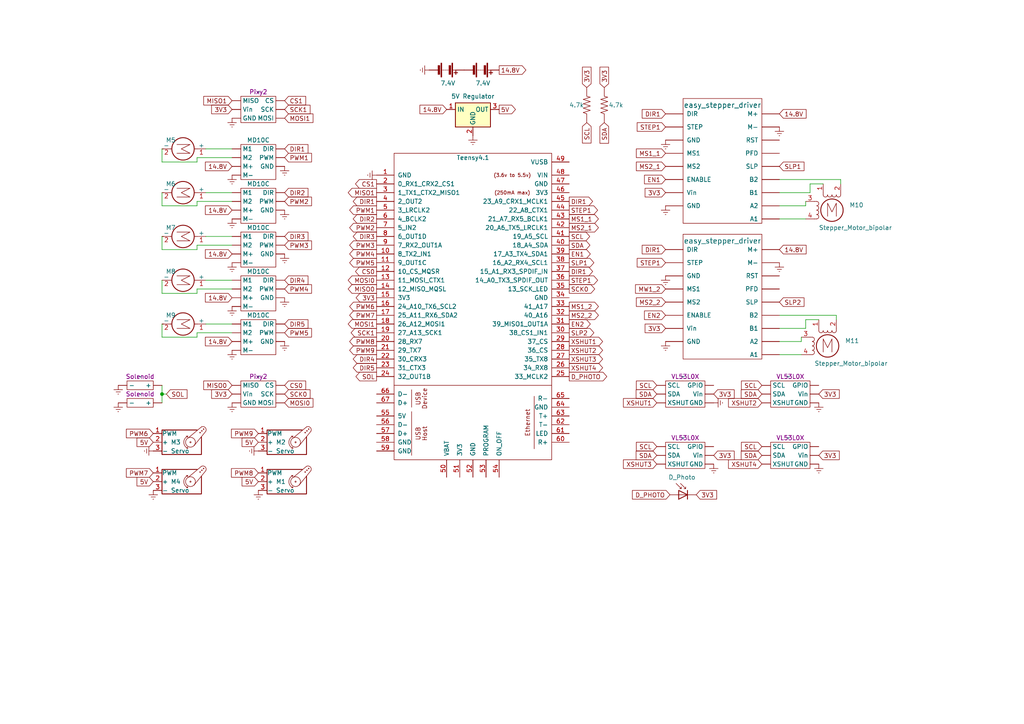
<source format=kicad_sch>
(kicad_sch (version 20230121) (generator eeschema)
  (paper "A4")
  (title_block (title "LU Robotics 2023 Electrical Schematic") (date "2023-02-25") (rev "1"))
  (lib_symbols
    (symbol "Converter_DCDC:OKI-78SR-3.3_1.5-W36-C"
      (property "Reference" "U" (at -3.81 3.175 0))
      (property "Value" "OKI-78SR-3.3_1.5-W36-C" (at 0 3.175 0))
      (symbol "OKI-78SR-3.3_1.5-W36-C_0_1"
        (rectangle (start -5.08 1.905) (end 5.08 -5.08) (stroke (width 0.254)) (fill (type background)))
      )
      (symbol "OKI-78SR-3.3_1.5-W36-C_1_1"
        (pin power_in line (at -7.62 0 0) (length 2.54) (name "IN") (number "1"))
        (pin power_in line (at 0 -7.62 90) (length 2.54) (name "GND") (number "2"))
        (pin power_out line (at 7.62 0 180) (length 2.54) (name "OUT") (number "3"))
      )
    )
    (symbol "Custom_Parts:MD10C"
      (property "Value" "MD10C" (at 0 0 0))
      (symbol "MD10C_0_1"
        (rectangle (start -5.08 -1.27) (end 5.08 -11.43))
      )
      (symbol "MD10C_1_1"
        (pin input line (at 7.62 -2.54 180) (length 2.54) (name "DIR") (number ""))
        (pin passive line (at 7.62 -7.62 180) (length 2.54) (name "GND") (number ""))
        (pin power_in line (at -7.62 -7.62 0) (length 2.54) (name "M+") (number ""))
        (pin power_in line (at -7.62 -10.16 0) (length 2.54) (name "M-") (number ""))
        (pin output line (at -7.62 -2.54 0) (length 2.54) (name "M1") (number ""))
        (pin output line (at -7.62 -5.08 0) (length 2.54) (name "M2") (number ""))
        (pin input line (at 7.62 -5.08 180) (length 2.54) (name "PWM") (number ""))
      )
    )
    (symbol "Custom_Parts:Pixy2"
      (property "name" "Pixy2" (at 0 0 0))
      (symbol "Pixy2_0_1"
        (rectangle (start -5.08 -1.27) (end 5.08 -8.89))
      )
      (symbol "Pixy2_1_1"
        (pin input line (at 7.62 -2.54 180) (length 2.54) (name "CS") (number ""))
        (pin passive line (at -7.62 -7.62 0) (length 2.54) (name "GND") (number ""))
        (pin input line (at -7.62 -2.54 0) (length 2.54) (name "MISO") (number ""))
        (pin input line (at 7.62 -7.62 180) (length 2.54) (name "MOSI") (number ""))
        (pin input line (at 7.62 -5.08 180) (length 2.54) (name "SCK") (number ""))
        (pin power_in line (at -7.62 -5.08 0) (length 2.54) (name "Vin") (number ""))
      )
    )
    (symbol "Custom_Parts:VL53L0X"
      (property "name" "VL53L0X" (at 0 0 0))
      (symbol "VL53L0X_0_1"
        (rectangle (start -5.08 -1.27) (end 6.35 -8.89))
      )
      (symbol "VL53L0X_1_1"
        (pin passive line (at 8.89 -7.62 180) (length 2.54) (name "GND") (number ""))
        (pin input line (at 8.89 -2.54 180) (length 2.54) (name "GPIO") (number ""))
        (pin bidirectional line (at -7.62 -2.54 0) (length 2.54) (name "SCL") (number ""))
        (pin bidirectional line (at -7.62 -5.08 0) (length 2.54) (name "SDA") (number ""))
        (pin power_in line (at 8.89 -5.08 180) (length 2.54) (name "Vin") (number ""))
        (pin input line (at -7.62 -7.62 0) (length 2.54) (name "XSHUT") (number ""))
      )
    )
    (symbol "Custom_Parts:solenoid"
      (property "name" "Solenoid" (at 0 0 0))
      (symbol "solenoid_0_1"
        (rectangle (start -3.81 -1.27) (end 3.81 -3.81))
      )
      (symbol "solenoid_1_1"
        (pin input line (at -6.35 -2.54 0) (length 2.54) (name "+") (number ""))
        (pin input line (at 6.35 -2.54 180) (length 2.54) (name "-") (number ""))
      )
    )
    (symbol "Device:Battery" (pin_numbers hide) (pin_names (offset 0) hide)
      (property "Reference" "BT" (at 2.54 2.54 0))
      (property "Value" "Battery" (at 2.54 0 0))
      (symbol "Battery_0_1"
        (rectangle (start -2.032 -1.397) (end 2.032 -1.651) (fill (type outline)))
        (rectangle (start -2.032 1.778) (end 2.032 1.524) (fill (type outline)))
        (rectangle (start -1.3208 -1.9812) (end 1.27 -2.4892) (fill (type outline)))
        (rectangle (start -1.3208 1.1938) (end 1.27 0.6858) (fill (type outline)))
        (polyline (pts (xy 0 -1.524) (xy 0 -1.27)))
        (polyline (pts (xy 0 -1.016) (xy 0 -0.762)))
        (polyline (pts (xy 0 -0.508) (xy 0 -0.254)))
        (polyline (pts (xy 0 0) (xy 0 0.254)))
        (polyline (pts (xy 0 0.508) (xy 0 0.762)))
        (polyline (pts (xy 0 1.778) (xy 0 2.54)))
        (polyline (pts (xy 0.254 2.667) (xy 1.27 2.667)) (stroke (width 0.254)))
        (polyline (pts (xy 0.762 3.175) (xy 0.762 2.159)) (stroke (width 0.254)))
      )
      (symbol "Battery_1_1"
        (pin passive line (at 0 5.08 270) (length 2.54) (name "+") (number "1"))
        (pin passive line (at 0 -5.08 90) (length 2.54) (name "-") (number "2"))
      )
    )
    (symbol "Device:D_Photo" (pin_numbers hide) (pin_names hide)
      (property "Reference" "D" (at 0.508 1.778 0))
      (property "Value" "D_Photo" (at -1.016 -2.794 0))
      (symbol "D_Photo_0_1"
        (polyline (pts (xy -2.54 1.27) (xy -2.54 -1.27)) (stroke (width 0.254)))
        (polyline (pts (xy -2.032 1.778) (xy -1.524 1.778)))
        (polyline (pts (xy 0 0) (xy -2.54 0)))
        (polyline (pts (xy -0.508 3.302) (xy -2.032 1.778) (xy -2.032 2.286)))
        (polyline (pts (xy 0 -1.27) (xy 0 1.27) (xy -2.54 0) (xy 0 -1.27)) (stroke (width 0.254)))
        (polyline (pts (xy 0.762 3.302) (xy -0.762 1.778) (xy -0.762 2.286) (xy -0.762 1.778) (xy -0.254 1.778)))
      )
      (symbol "D_Photo_1_1"
        (pin passive line (at -5.08 0 0) (length 2.54) (name "K") (number "1"))
        (pin passive line (at 2.54 0 180) (length 2.54) (name "A") (number "2"))
      )
    )
    (symbol "Motor:Motor_DC" (pin_names (offset 0))
      (property "Reference" "M" (at 2.54 2.54 0))
      (property "Value" "Motor_DC" (at 2.54 -5.08 0))
      (symbol "Motor_DC_0_0"
        (polyline (pts (xy -1.27 -3.302) (xy -1.27 0.508) (xy 0 -2.032) (xy 1.27 0.508) (xy 1.27 -3.302)))
      )
      (symbol "Motor_DC_0_1"
        (circle (center 0 -1.524) (radius 3.2512) (stroke (width 0.254)))
        (polyline (pts (xy 0 -7.62) (xy 0 -7.112)))
        (polyline (pts (xy 0 -4.7752) (xy 0 -5.1816)))
        (polyline (pts (xy 0 1.7272) (xy 0 2.0828)))
        (polyline (pts (xy 0 2.032) (xy 0 2.54)))
      )
      (symbol "Motor_DC_1_1"
        (pin passive line (at 0 5.08 270) (length 2.54) (name "+") (number "1"))
        (pin passive line (at 0 -7.62 90) (length 2.54) (name "-") (number "2"))
      )
    )
    (symbol "Motor:Motor_Servo" (pin_names (offset 0.0254))
      (property "Reference" "M" (at -5.08 4.445 0))
      (property "Value" "Motor_Servo" (at -5.08 -4.064 0))
      (symbol "Motor_Servo_0_1"
        (polyline (pts (xy 2.413 -1.778) (xy 2.032 -1.778)))
        (polyline (pts (xy 2.413 -1.778) (xy 2.286 -1.397)))
        (polyline (pts (xy 2.413 1.778) (xy 1.905 1.778)))
        (polyline (pts (xy 2.413 1.778) (xy 2.286 1.397)))
        (polyline (pts (xy 6.35 4.445) (xy 2.54 1.27)))
        (polyline (pts (xy 7.62 3.175) (xy 4.191 -1.016)))
        (polyline (pts (xy 5.08 3.556) (xy -5.08 3.556) (xy -5.08 -3.556) (xy 6.35 -3.556) (xy 6.35 1.524)) (stroke (width 0.254)))
        (arc (start 2.413 1.778) (mid 1.2406 0) (end 2.413 -1.778))
        (circle (center 3.175 0) (radius 0.1778))
        (circle (center 3.175 0) (radius 1.4224))
        (circle (center 5.969 2.794) (radius 0.127))
        (circle (center 6.477 3.302) (radius 0.127))
        (circle (center 6.985 3.81) (radius 0.127))
        (arc (start 7.62 3.175) (mid 7.4485 4.2735) (end 6.35 4.445))
      )
      (symbol "Motor_Servo_1_1"
        (pin passive line (at -7.62 2.54 0) (length 2.54) (name "PWM") (number "1"))
        (pin passive line (at -7.62 0 0) (length 2.54) (name "+") (number "2"))
        (pin passive line (at -7.62 -2.54 0) (length 2.54) (name "-") (number "3"))
      )
    )
    (symbol "Motor:Stepper_Motor_bipolar" (pin_names (offset 0) hide)
      (property "Reference" "M" (at 3.81 2.54 0))
      (property "Value" "Stepper_Motor_bipolar" (at 3.81 1.27 0))
      (symbol "Stepper_Motor_bipolar_0_0"
        (polyline (pts (xy -1.27 -1.778) (xy -1.27 2.032) (xy 0 -0.508) (xy 1.27 2.032) (xy 1.27 -1.778)))
      )
      (symbol "Stepper_Motor_bipolar_0_1"
        (arc (start -4.445 -2.54) (mid -3.8127 -1.905) (end -4.445 -1.27))
        (arc (start -4.445 -1.27) (mid -3.8127 -0.635) (end -4.445 0))
        (arc (start -4.445 0) (mid -3.8127 0.635) (end -4.445 1.27))
        (arc (start -4.445 1.27) (mid -3.8127 1.905) (end -4.445 2.54))
        (arc (start -2.54 4.445) (mid -1.905 3.8127) (end -1.27 4.445))
        (arc (start -1.27 4.445) (mid -0.635 3.8127) (end 0 4.445))
        (polyline (pts (xy -5.08 -2.54) (xy -4.445 -2.54)))
        (polyline (pts (xy -5.08 2.54) (xy -4.445 2.54)))
        (polyline (pts (xy -2.54 5.08) (xy -2.54 4.445)))
        (polyline (pts (xy 2.54 5.08) (xy 2.54 4.445)))
        (circle (center 0 0) (radius 3.2512) (stroke (width 0.254)))
        (arc (start 0 4.445) (mid 0.635 3.8127) (end 1.27 4.445))
        (arc (start 1.27 4.445) (mid 1.905 3.8127) (end 2.54 4.445))
      )
      (symbol "Stepper_Motor_bipolar_1_1"
        (pin passive line (at -2.54 7.62 270) (length 2.54) (name "~") (number "1"))
        (pin passive line (at 2.54 7.62 270) (length 2.54) (name "-") (number "2"))
        (pin passive line (at -7.62 2.54 0) (length 2.54) (name "~") (number "3"))
        (pin passive line (at -7.62 -2.54 0) (length 2.54) (name "~") (number "4"))
      )
    )
    (symbol "SparkFun:RESISTOR2010" (pin_numbers hide) (pin_names (offset 1.016) hide)
      (property "Reference" "R" (at -3.81 2.54 0))
      (property "Value" "RESISTOR2010" (at -3.81 -3.302 0))
      (symbol "RESISTOR2010_1_0"
        (polyline (pts (xy -2.54 0) (xy -2.159 1.016)))
        (polyline (pts (xy -2.159 1.016) (xy -1.524 -1.016)))
        (polyline (pts (xy -1.524 -1.016) (xy -0.889 1.016)))
        (polyline (pts (xy -0.889 1.016) (xy -0.254 -1.016)))
        (polyline (pts (xy -0.254 -1.016) (xy 0.381 1.016)))
        (polyline (pts (xy 0.381 1.016) (xy 1.016 -1.016)))
        (polyline (pts (xy 1.016 -1.016) (xy 1.651 1.016)))
        (polyline (pts (xy 1.651 1.016) (xy 2.286 -1.016)))
        (polyline (pts (xy 2.286 -1.016) (xy 2.54 0)))
      )
      (symbol "RESISTOR2010_1_1"
        (pin passive line (at -5.08 0 0) (length 2.54) (name "1") (number "1"))
        (pin passive line (at 5.08 0 180) (length 2.54) (name "2") (number "2"))
      )
    )
    (symbol "easy_stepper_driver:easy_stepper_driver" (pin_names (offset 1.016))
      (property "Value" "easy_stepper_driver" (at -10.16 20.32 0))
      (symbol "easy_stepper_driver_0_1"
        (rectangle (start -21.59 22.225) (end 1.27 -13.97))
      )
      (symbol "easy_stepper_driver_1_1"
        (pin output line (at 6.35 -12.7 180) (length 5.08) (name "A1") (number ""))
        (pin output line (at 6.35 -8.89 180) (length 5.08) (name "A2") (number ""))
        (pin output line (at 6.35 -5.08 180) (length 5.08) (name "B1") (number ""))
        (pin output line (at 6.35 -1.27 180) (length 5.08) (name "B2") (number ""))
        (pin input line (at -26.67 17.78 0) (length 5.08) (name "DIR") (number ""))
        (pin input line (at -26.67 -1.27 0) (length 5.08) (name "ENABLE") (number ""))
        (pin input line (at -26.67 -8.89 0) (length 5.08) (name "GND") (number ""))
        (pin input line (at -26.67 10.16 0) (length 5.08) (name "GND") (number ""))
        (pin input line (at 6.35 17.78 180) (length 5.08) (name "M+") (number ""))
        (pin input line (at 6.35 13.97 180) (length 5.08) (name "M-") (number ""))
        (pin input line (at -26.67 6.35 0) (length 5.08) (name "MS1") (number ""))
        (pin input line (at -26.67 2.54 0) (length 5.08) (name "MS2") (number ""))
        (pin input line (at 6.35 6.35 180) (length 5.08) (name "PFD") (number ""))
        (pin input line (at 6.35 10.16 180) (length 5.08) (name "RST") (number ""))
        (pin input line (at 6.35 2.54 180) (length 5.08) (name "SLP") (number ""))
        (pin input line (at -26.67 13.97 0) (length 5.08) (name "STEP") (number ""))
        (pin input line (at -26.67 -5.08 0) (length 5.08) (name "Vin") (number ""))
      )
    )
    (symbol "power:GNDREF" (power) (pin_names (offset 0))
      (property "Value" "GNDREF" (at 0 -3.81 0))
      (symbol "GNDREF_0_1"
        (polyline (pts (xy -0.635 -1.905) (xy 0.635 -1.905)))
        (polyline (pts (xy -0.127 -2.54) (xy 0.127 -2.54)))
        (polyline (pts (xy 0 -1.27) (xy 0 0)))
        (polyline (pts (xy 1.27 -1.27) (xy -1.27 -1.27)))
      )
      (symbol "GNDREF_1_1"
        (pin power_in line (at 0 0 270) (length 0) hide (name "GNDREF") (number "1"))
      )
    )
    (symbol "teensy:Teensy4.1" (pin_names (offset 1.016))
      (property "Reference" "U" (at 0 64.77 0))
      (property "Value" "Teensy4.1" (at 0 62.23 0))
      (symbol "Teensy4.1_0_0"
        (polyline (pts (xy -22.86 -6.35) (xy 22.86 -6.35)))
        (polyline (pts (xy -17.78 -26.67) (xy -17.78 -13.97)))
        (polyline (pts (xy -17.78 -7.62) (xy -17.78 -12.7)))
        (polyline (pts (xy 17.78 -9.525) (xy 17.78 -24.765)))
        (text "(250mA max)" (at 11.43 49.53 0) (effects (font (size 1.016 1.016))))
        (text "(3.6v to 5.5v)" (at 11.43 54.61 0) (effects (font (size 1.016 1.016))))
        (text "Device" (at -13.97 -10.16 900) (effects (font (size 1.27 1.27))))
        (text "Ethernet" (at 15.875 -17.145 900) (effects (font (size 1.27 1.27))))
        (text "Host" (at -13.97 -20.32 900) (effects (font (size 1.27 1.27))))
        (text "USB" (at -15.875 -20.32 900) (effects (font (size 1.27 1.27))))
        (text "USB" (at -15.875 -10.16 900) (effects (font (size 1.27 1.27))))
        (pin bidirectional line (at -27.94 31.75 0) (length 5.08) (name "8_TX2_IN1") (number "10"))
        (pin bidirectional line (at -27.94 29.21 0) (length 5.08) (name "9_OUT1C") (number "11"))
        (pin bidirectional line (at -27.94 26.67 0) (length 5.08) (name "10_CS_MQSR") (number "12"))
        (pin bidirectional line (at -27.94 24.13 0) (length 5.08) (name "11_MOSI_CTX1") (number "13"))
        (pin bidirectional line (at -27.94 21.59 0) (length 5.08) (name "12_MISO_MQSL") (number "14"))
        (pin power_in line (at -27.94 19.05 0) (length 5.08) (name "3V3") (number "15"))
        (pin bidirectional line (at -27.94 16.51 0) (length 5.08) (name "24_A10_TX6_SCL2") (number "16"))
        (pin bidirectional line (at -27.94 13.97 0) (length 5.08) (name "25_A11_RX6_SDA2") (number "17"))
        (pin bidirectional line (at -27.94 11.43 0) (length 5.08) (name "26_A12_MOSI1") (number "18"))
        (pin bidirectional line (at -27.94 8.89 0) (length 5.08) (name "27_A13_SCK1") (number "19"))
        (pin bidirectional line (at -27.94 6.35 0) (length 5.08) (name "28_RX7") (number "20"))
        (pin bidirectional line (at -27.94 3.81 0) (length 5.08) (name "29_TX7") (number "21"))
        (pin bidirectional line (at -27.94 1.27 0) (length 5.08) (name "30_CRX3") (number "22"))
        (pin bidirectional line (at -27.94 -1.27 0) (length 5.08) (name "31_CTX3") (number "23"))
        (pin bidirectional line (at -27.94 -3.81 0) (length 5.08) (name "32_OUT1B") (number "24"))
        (pin bidirectional line (at 27.94 -3.81 180) (length 5.08) (name "33_MCLK2") (number "25"))
        (pin bidirectional line (at 27.94 -1.27 180) (length 5.08) (name "34_RX8") (number "26"))
        (pin bidirectional line (at 27.94 1.27 180) (length 5.08) (name "35_TX8") (number "27"))
        (pin bidirectional line (at 27.94 3.81 180) (length 5.08) (name "36_CS") (number "28"))
        (pin bidirectional line (at 27.94 6.35 180) (length 5.08) (name "37_CS") (number "29"))
        (pin bidirectional line (at 27.94 8.89 180) (length 5.08) (name "38_CS1_IN1") (number "30"))
        (pin bidirectional line (at 27.94 11.43 180) (length 5.08) (name "39_MISO1_OUT1A") (number "31"))
        (pin bidirectional line (at 27.94 13.97 180) (length 5.08) (name "40_A16") (number "32"))
        (pin bidirectional line (at 27.94 16.51 180) (length 5.08) (name "41_A17") (number "33"))
        (pin bidirectional line (at 27.94 21.59 180) (length 5.08) (name "13_SCK_LED") (number "35"))
        (pin bidirectional line (at 27.94 24.13 180) (length 5.08) (name "14_A0_TX3_SPDIF_OUT") (number "36"))
        (pin bidirectional line (at 27.94 26.67 180) (length 5.08) (name "15_A1_RX3_SPDIF_IN") (number "37"))
        (pin bidirectional line (at 27.94 29.21 180) (length 5.08) (name "16_A2_RX4_SCL1") (number "38"))
        (pin bidirectional line (at 27.94 31.75 180) (length 5.08) (name "17_A3_TX4_SDA1") (number "39"))
        (pin bidirectional line (at 27.94 34.29 180) (length 5.08) (name "18_A4_SDA") (number "40"))
        (pin bidirectional line (at 27.94 36.83 180) (length 5.08) (name "19_A5_SCL") (number "41"))
        (pin bidirectional line (at 27.94 39.37 180) (length 5.08) (name "20_A6_TX5_LRCLK1") (number "42"))
        (pin bidirectional line (at 27.94 41.91 180) (length 5.08) (name "21_A7_RX5_BCLK1") (number "43"))
        (pin bidirectional line (at 27.94 44.45 180) (length 5.08) (name "22_A8_CTX1") (number "44"))
        (pin bidirectional line (at 27.94 46.99 180) (length 5.08) (name "23_A9_CRX1_MCLK1") (number "45"))
        (pin output line (at 27.94 49.53 180) (length 5.08) (name "3V3") (number "46"))
        (pin output line (at 27.94 52.07 180) (length 5.08) (name "GND") (number "47"))
        (pin power_in line (at 27.94 54.61 180) (length 5.08) (name "VIN") (number "48"))
        (pin power_out line (at 27.94 58.42 180) (length 5.08) (name "VUSB") (number "49"))
        (pin bidirectional line (at -27.94 44.45 0) (length 5.08) (name "3_LRCLK2") (number "5"))
        (pin power_in line (at -7.62 -33.02 90) (length 5.08) (name "VBAT") (number "50"))
        (pin power_in line (at -3.81 -33.02 90) (length 5.08) (name "3V3") (number "51"))
        (pin input line (at 0 -33.02 90) (length 5.08) (name "GND") (number "52"))
        (pin input line (at 3.81 -33.02 90) (length 5.08) (name "PROGRAM") (number "53"))
        (pin input line (at 7.62 -33.02 90) (length 5.08) (name "ON_OFF") (number "54"))
        (pin power_out line (at -27.94 -15.24 0) (length 5.08) (name "5V") (number "55"))
        (pin bidirectional line (at -27.94 -17.78 0) (length 5.08) (name "D-") (number "56"))
        (pin bidirectional line (at -27.94 -20.32 0) (length 5.08) (name "D+") (number "57"))
        (pin power_in line (at -27.94 -22.86 0) (length 5.08) (name "GND") (number "58"))
        (pin power_in line (at -27.94 -25.4 0) (length 5.08) (name "GND") (number "59"))
        (pin bidirectional line (at -27.94 41.91 0) (length 5.08) (name "4_BCLK2") (number "6"))
        (pin bidirectional line (at 27.94 -22.86 180) (length 5.08) (name "R+") (number "60"))
        (pin bidirectional line (at 27.94 -20.32 180) (length 5.08) (name "LED") (number "61"))
        (pin bidirectional line (at 27.94 -17.78 180) (length 5.08) (name "T-") (number "62"))
        (pin bidirectional line (at 27.94 -15.24 180) (length 5.08) (name "T+") (number "63"))
        (pin power_in line (at 27.94 -12.7 180) (length 5.08) (name "GND") (number "64"))
        (pin bidirectional line (at 27.94 -10.16 180) (length 5.08) (name "R-") (number "65"))
        (pin bidirectional line (at -27.94 -8.89 0) (length 5.08) (name "D-") (number "66"))
        (pin bidirectional line (at -27.94 -11.43 0) (length 5.08) (name "D+") (number "67"))
        (pin bidirectional line (at -27.94 39.37 0) (length 5.08) (name "5_IN2") (number "7"))
        (pin bidirectional line (at -27.94 36.83 0) (length 5.08) (name "6_OUT1D") (number "8"))
        (pin bidirectional line (at -27.94 34.29 0) (length 5.08) (name "7_RX2_OUT1A") (number "9"))
      )
      (symbol "Teensy4.1_0_1"
        (rectangle (start -22.86 60.96) (end 22.86 -27.94))
        (rectangle (start -20.32 -1.27) (end -20.32 -1.27))
      )
      (symbol "Teensy4.1_1_1"
        (pin power_in line (at -27.94 54.61 0) (length 5.08) (name "GND") (number "1"))
        (pin bidirectional line (at -27.94 52.07 0) (length 5.08) (name "0_RX1_CRX2_CS1") (number "2"))
        (pin bidirectional line (at -27.94 49.53 0) (length 5.08) (name "1_TX1_CTX2_MISO1") (number "3"))
        (pin power_in line (at 27.94 19.05 180) (length 5.08) (name "GND") (number "34"))
        (pin bidirectional line (at -27.94 46.99 0) (length 5.08) (name "2_OUT2") (number "4"))
      )
    )
  )
  (junction (at 46.99 114.3))
  (wire (pts (xy 243.84 52.07) (xy 243.84 53.34)))
  (wire (pts (xy 226.06 91.44) (xy 242.57 91.44)))
  (wire (pts (xy 226.06 99.06) (xy 232.41 99.06)))
  (wire (pts (xy 233.68 59.69) (xy 233.68 58.42)))
  (wire (pts (xy 46.99 59.69) (xy 46.99 55.88)))
  (wire (pts (xy 46.99 72.39) (xy 46.99 68.58)))
  (wire (pts (xy 57.15 96.52) (xy 57.15 97.79)))
  (wire (pts (xy 67.31 45.72) (xy 57.15 45.72)))
  (wire (pts (xy 57.15 85.09) (xy 46.99 85.09)))
  (wire (pts (xy 232.41 99.06) (xy 232.41 97.79)))
  (wire (pts (xy 226.06 55.88) (xy 234.95 55.88)))
  (wire (pts (xy 242.57 91.44) (xy 242.57 92.71)))
  (wire (pts (xy 67.31 55.88) (xy 59.69 55.88)))
  (wire (pts (xy 226.06 63.5) (xy 233.68 63.5)))
  (wire (pts (xy 46.99 85.09) (xy 46.99 81.28)))
  (wire (pts (xy 57.15 83.82) (xy 57.15 85.09)))
  (wire (pts (xy 67.31 58.42) (xy 57.15 58.42)))
  (wire (pts (xy 67.31 43.18) (xy 59.69 43.18)))
  (wire (pts (xy 57.15 46.99) (xy 46.99 46.99)))
  (wire (pts (xy 67.31 71.12) (xy 57.15 71.12)))
  (wire (pts (xy 57.15 97.79) (xy 46.99 97.79)))
  (wire (pts (xy 59.69 81.28) (xy 67.31 81.28)))
  (wire (pts (xy 57.15 72.39) (xy 46.99 72.39)))
  (wire (pts (xy 233.68 92.71) (xy 237.49 92.71)))
  (wire (pts (xy 59.69 93.98) (xy 67.31 93.98)))
  (wire (pts (xy 57.15 58.42) (xy 57.15 59.69)))
  (wire (pts (xy 46.99 114.3) (xy 46.99 116.84)))
  (wire (pts (xy 57.15 45.72) (xy 57.15 46.99)))
  (wire (pts (xy 59.69 68.58) (xy 67.31 68.58)))
  (wire (pts (xy 226.06 52.07) (xy 243.84 52.07)))
  (wire (pts (xy 234.95 53.34) (xy 238.76 53.34)))
  (wire (pts (xy 226.06 95.25) (xy 233.68 95.25)))
  (wire (pts (xy 226.06 102.87) (xy 232.41 102.87)))
  (wire (pts (xy 67.31 96.52) (xy 57.15 96.52)))
  (wire (pts (xy 46.99 46.99) (xy 46.99 43.18)))
  (wire (pts (xy 233.68 95.25) (xy 233.68 92.71)))
  (wire (pts (xy 57.15 71.12) (xy 57.15 72.39)))
  (wire (pts (xy 226.06 59.69) (xy 233.68 59.69)))
  (wire (pts (xy 46.99 111.76) (xy 46.99 114.3)))
  (wire (pts (xy 234.95 55.88) (xy 234.95 53.34)))
  (wire (pts (xy 57.15 59.69) (xy 46.99 59.69)))
  (wire (pts (xy 67.31 83.82) (xy 57.15 83.82)))
  (wire (pts (xy 48.26 114.3) (xy 46.99 114.3)))
  (wire (pts (xy 46.99 93.98) (xy 46.99 97.79)))
  (global_label "PWM7" (shape input) (at 44.45 137.16 180) (property "Intersheetrefs" "${INTERSHEET_REFS}" (effects hide)))
  (global_label "PWM5" (shape input) (at 82.55 96.52 0) (property "Intersheetrefs" "${INTERSHEET_REFS}" (effects hide)))
  (global_label "DIR2" (shape input) (at 82.55 55.88 0) (property "Intersheetrefs" "${INTERSHEET_REFS}" (effects hide)))
  (global_label "SCL" (shape input) (at 170.18 35.56 270) (property "Intersheetrefs" "${INTERSHEET_REFS}" (effects hide)))
  (global_label "3V3" (shape input) (at 193.04 55.88 180) (property "Intersheetrefs" "${INTERSHEET_REFS}" (effects hide)))
  (global_label "PWM7" (shape output) (at 109.22 91.44 180) (property "Intersheetrefs" "${INTERSHEET_REFS}" (effects hide)))
  (global_label "DIR3" (shape output) (at 109.22 68.58 180) (property "Intersheetrefs" "${INTERSHEET_REFS}" (effects hide)))
  (global_label "3V3" (shape input) (at 193.04 95.25 180) (property "Intersheetrefs" "${INTERSHEET_REFS}" (effects hide)))
  (global_label "MS2_2" (shape output) (at 165.1 91.44 0) (property "Intersheetrefs" "${INTERSHEET_REFS}" (effects hide)))
  (global_label "SCL" (shape input) (at 220.98 129.54 180) (property "Intersheetrefs" "${INTERSHEET_REFS}" (effects hide)))
  (global_label "3V3" (shape input) (at 67.31 31.75 180) (property "Intersheetrefs" "${INTERSHEET_REFS}" (effects hide)))
  (global_label "14.8V" (shape input) (at 67.31 60.96 180) (property "Intersheetrefs" "${INTERSHEET_REFS}" (effects hide)))
  (global_label "DIR1" (shape input) (at 193.04 33.02 180) (property "Intersheetrefs" "${INTERSHEET_REFS}" (effects hide)))
  (global_label "SCL" (shape input) (at 190.5 111.76 180) (property "Intersheetrefs" "${INTERSHEET_REFS}" (effects hide)))
  (global_label "3V3" (shape input) (at 201.93 143.51 0) (property "Intersheetrefs" "${INTERSHEET_REFS}" (effects hide)))
  (global_label "MOSI1" (shape input) (at 82.55 34.29 0) (property "Intersheetrefs" "${INTERSHEET_REFS}" (effects hide)))
  (global_label "CS0" (shape output) (at 109.22 78.74 180) (property "Intersheetrefs" "${INTERSHEET_REFS}" (effects hide)))
  (global_label "14.8V" (shape input) (at 226.06 33.02 0) (property "Intersheetrefs" "${INTERSHEET_REFS}" (effects hide)))
  (global_label "SCK0" (shape input) (at 82.55 114.3 0) (property "Intersheetrefs" "${INTERSHEET_REFS}" (effects hide)))
  (global_label "5V" (shape input) (at 74.93 139.7 180) (property "Intersheetrefs" "${INTERSHEET_REFS}" (effects hide)))
  (global_label "SLP1" (shape output) (at 165.1 76.2 0) (property "Intersheetrefs" "${INTERSHEET_REFS}" (effects hide)))
  (global_label "SLP2" (shape input) (at 226.06 87.63 0) (property "Intersheetrefs" "${INTERSHEET_REFS}" (effects hide)))
  (global_label "SDA" (shape output) (at 165.1 71.12 0) (property "Intersheetrefs" "${INTERSHEET_REFS}" (effects hide)))
  (global_label "PWM1" (shape output) (at 109.22 60.96 180) (property "Intersheetrefs" "${INTERSHEET_REFS}" (effects hide)))
  (global_label "STEP1" (shape output) (at 165.1 81.28 0) (property "Intersheetrefs" "${INTERSHEET_REFS}" (effects hide)))
  (global_label "PWM8" (shape output) (at 109.22 99.06 180) (property "Intersheetrefs" "${INTERSHEET_REFS}" (effects hide)))
  (global_label "3V3" (shape input) (at 170.18 25.4 90) (property "Intersheetrefs" "${INTERSHEET_REFS}" (effects hide)))
  (global_label "XSHUT1" (shape output) (at 165.1 99.06 0) (property "Intersheetrefs" "${INTERSHEET_REFS}" (effects hide)))
  (global_label "DIR2" (shape output) (at 109.22 63.5 180) (property "Intersheetrefs" "${INTERSHEET_REFS}" (effects hide)))
  (global_label "CS1" (shape input) (at 82.55 29.21 0) (property "Intersheetrefs" "${INTERSHEET_REFS}" (effects hide)))
  (global_label "SDA" (shape input) (at 190.5 114.3 180) (property "Intersheetrefs" "${INTERSHEET_REFS}" (effects hide)))
  (global_label "PWM5" (shape output) (at 109.22 76.2 180) (property "Intersheetrefs" "${INTERSHEET_REFS}" (effects hide)))
  (global_label "D_PHOTO" (shape output) (at 165.1 109.22 0) (property "Intersheetrefs" "${INTERSHEET_REFS}" (effects hide)))
  (global_label "MS1_1" (shape input) (at 193.04 44.45 180) (property "Intersheetrefs" "${INTERSHEET_REFS}" (effects hide)))
  (global_label "3V3" (shape input) (at 207.01 114.3 0) (property "Intersheetrefs" "${INTERSHEET_REFS}" (effects hide)))
  (global_label "MS1_1" (shape output) (at 165.1 63.5 0) (property "Intersheetrefs" "${INTERSHEET_REFS}" (effects hide)))
  (global_label "DIR1" (shape output) (at 165.1 58.42 0) (property "Intersheetrefs" "${INTERSHEET_REFS}" (effects hide)))
  (global_label "SLP2" (shape output) (at 165.1 96.52 0) (property "Intersheetrefs" "${INTERSHEET_REFS}" (effects hide)))
  (global_label "DIR1" (shape output) (at 165.1 78.74 0) (property "Intersheetrefs" "${INTERSHEET_REFS}" (effects hide)))
  (global_label "DIR1" (shape output) (at 109.22 58.42 180) (property "Intersheetrefs" "${INTERSHEET_REFS}" (effects hide)))
  (global_label "SCK1" (shape input) (at 82.55 31.75 0) (property "Intersheetrefs" "${INTERSHEET_REFS}" (effects hide)))
  (global_label "PWM3" (shape output) (at 109.22 71.12 180) (property "Intersheetrefs" "${INTERSHEET_REFS}" (effects hide)))
  (global_label "DIR4" (shape output) (at 109.22 104.14 180) (property "Intersheetrefs" "${INTERSHEET_REFS}" (effects hide)))
  (global_label "EN1" (shape input) (at 193.04 52.07 180) (property "Intersheetrefs" "${INTERSHEET_REFS}" (effects hide)))
  (global_label "DIR1" (shape input) (at 82.55 43.18 0) (property "Intersheetrefs" "${INTERSHEET_REFS}" (effects hide)))
  (global_label "MISO0" (shape input) (at 67.31 111.76 180) (property "Intersheetrefs" "${INTERSHEET_REFS}" (effects hide)))
  (global_label "SDA" (shape input) (at 220.98 114.3 180) (property "Intersheetrefs" "${INTERSHEET_REFS}" (effects hide)))
  (global_label "MOSI0" (shape input) (at 82.55 116.84 0) (property "Intersheetrefs" "${INTERSHEET_REFS}" (effects hide)))
  (global_label "STEP1" (shape input) (at 193.04 76.2 180) (property "Intersheetrefs" "${INTERSHEET_REFS}" (effects hide)))
  (global_label "PWM4" (shape input) (at 82.55 83.82 0) (property "Intersheetrefs" "${INTERSHEET_REFS}" (effects hide)))
  (global_label "EN2" (shape input) (at 193.04 91.44 180) (property "Intersheetrefs" "${INTERSHEET_REFS}" (effects hide)))
  (global_label "XSHUT2" (shape input) (at 220.98 116.84 180) (property "Intersheetrefs" "${INTERSHEET_REFS}" (effects hide)))
  (global_label "DIR4" (shape input) (at 82.55 81.28 0) (property "Intersheetrefs" "${INTERSHEET_REFS}" (effects hide)))
  (global_label "SDA" (shape input) (at 220.98 132.08 180) (property "Intersheetrefs" "${INTERSHEET_REFS}" (effects hide)))
  (global_label "XSHUT4" (shape output) (at 165.1 106.68 0) (property "Intersheetrefs" "${INTERSHEET_REFS}" (effects hide)))
  (global_label "EN1" (shape output) (at 165.1 73.66 0) (property "Intersheetrefs" "${INTERSHEET_REFS}" (effects hide)))
  (global_label "3V3" (shape input) (at 67.31 114.3 180) (property "Intersheetrefs" "${INTERSHEET_REFS}" (effects hide)))
  (global_label "PWM4" (shape output) (at 109.22 73.66 180) (property "Intersheetrefs" "${INTERSHEET_REFS}" (effects hide)))
  (global_label "14.8V" (shape output) (at 144.78 20.32 0) (property "Intersheetrefs" "${INTERSHEET_REFS}" (effects hide)))
  (global_label "5V" (shape input) (at 74.93 128.27 180) (property "Intersheetrefs" "${INTERSHEET_REFS}" (effects hide)))
  (global_label "CS0" (shape input) (at 82.55 111.76 0) (property "Intersheetrefs" "${INTERSHEET_REFS}" (effects hide)))
  (global_label "14.8V" (shape input) (at 226.06 72.39 0) (property "Intersheetrefs" "${INTERSHEET_REFS}" (effects hide)))
  (global_label "MS2_2" (shape input) (at 193.04 87.63 180) (property "Intersheetrefs" "${INTERSHEET_REFS}" (effects hide)))
  (global_label "SCK1" (shape output) (at 109.22 96.52 180) (property "Intersheetrefs" "${INTERSHEET_REFS}" (effects hide)))
  (global_label "MISO1" (shape output) (at 109.22 55.88 180) (property "Intersheetrefs" "${INTERSHEET_REFS}" (effects hide)))
  (global_label "PWM2" (shape output) (at 109.22 66.04 180) (property "Intersheetrefs" "${INTERSHEET_REFS}" (effects hide)))
  (global_label "MOSI1" (shape output) (at 109.22 93.98 180) (property "Intersheetrefs" "${INTERSHEET_REFS}" (effects hide)))
  (global_label "PWM9" (shape input) (at 74.93 125.73 180) (property "Intersheetrefs" "${INTERSHEET_REFS}" (effects hide)))
  (global_label "PWM1" (shape input) (at 82.55 45.72 0) (property "Intersheetrefs" "${INTERSHEET_REFS}" (effects hide)))
  (global_label "DIR5" (shape input) (at 82.55 93.98 0) (property "Intersheetrefs" "${INTERSHEET_REFS}" (effects hide)))
  (global_label "D_PHOTO" (shape input) (at 194.31 143.51 180) (property "Intersheetrefs" "${INTERSHEET_REFS}" (effects hide)))
  (global_label "SOL" (shape output) (at 109.22 109.22 180) (property "Intersheetrefs" "${INTERSHEET_REFS}" (effects hide)))
  (global_label "5V" (shape input) (at 44.45 128.27 180) (property "Intersheetrefs" "${INTERSHEET_REFS}" (effects hide)))
  (global_label "DIR3" (shape input) (at 82.55 68.58 0) (property "Intersheetrefs" "${INTERSHEET_REFS}" (effects hide)))
  (global_label "MISO0" (shape output) (at 109.22 83.82 180) (property "Intersheetrefs" "${INTERSHEET_REFS}" (effects hide)))
  (global_label "MW1_2" (shape input) (at 193.04 83.82 180) (property "Intersheetrefs" "${INTERSHEET_REFS}" (effects hide)))
  (global_label "XSHUT4" (shape input) (at 220.98 134.62 180) (property "Intersheetrefs" "${INTERSHEET_REFS}" (effects hide)))
  (global_label "XSHUT1" (shape input) (at 190.5 116.84 180) (property "Intersheetrefs" "${INTERSHEET_REFS}" (effects hide)))
  (global_label "MS1_2" (shape output) (at 165.1 88.9 0) (property "Intersheetrefs" "${INTERSHEET_REFS}" (effects hide)))
  (global_label "DIR5" (shape output) (at 109.22 106.68 180) (property "Intersheetrefs" "${INTERSHEET_REFS}" (effects hide)))
  (global_label "SCL" (shape input) (at 190.5 129.54 180) (property "Intersheetrefs" "${INTERSHEET_REFS}" (effects hide)))
  (global_label "PWM8" (shape input) (at 74.93 137.16 180) (property "Intersheetrefs" "${INTERSHEET_REFS}" (effects hide)))
  (global_label "PWM2" (shape input) (at 82.55 58.42 0) (property "Intersheetrefs" "${INTERSHEET_REFS}" (effects hide)))
  (global_label "SCL" (shape output) (at 165.1 68.58 0) (property "Intersheetrefs" "${INTERSHEET_REFS}" (effects hide)))
  (global_label "STEP1" (shape output) (at 165.1 60.96 0) (property "Intersheetrefs" "${INTERSHEET_REFS}" (effects hide)))
  (global_label "PWM9" (shape output) (at 109.22 101.6 180) (property "Intersheetrefs" "${INTERSHEET_REFS}" (effects hide)))
  (global_label "SDA" (shape input) (at 190.5 132.08 180) (property "Intersheetrefs" "${INTERSHEET_REFS}" (effects hide)))
  (global_label "SCK0" (shape output) (at 165.1 83.82 0) (property "Intersheetrefs" "${INTERSHEET_REFS}" (effects hide)))
  (global_label "MS2_1" (shape input) (at 193.04 48.26 180) (property "Intersheetrefs" "${INTERSHEET_REFS}" (effects hide)))
  (global_label "PWM3" (shape input) (at 82.55 71.12 0) (property "Intersheetrefs" "${INTERSHEET_REFS}" (effects hide)))
  (global_label "14.8V" (shape input) (at 67.31 86.36 180) (property "Intersheetrefs" "${INTERSHEET_REFS}" (effects hide)))
  (global_label "SCL" (shape input) (at 220.98 111.76 180) (property "Intersheetrefs" "${INTERSHEET_REFS}" (effects hide)))
  (global_label "14.8V" (shape input) (at 129.54 31.75 180) (property "Intersheetrefs" "${INTERSHEET_REFS}" (effects hide)))
  (global_label "PWM6" (shape output) (at 109.22 88.9 180) (property "Intersheetrefs" "${INTERSHEET_REFS}" (effects hide)))
  (global_label "MISO1" (shape input) (at 67.31 29.21 180) (property "Intersheetrefs" "${INTERSHEET_REFS}" (effects hide)))
  (global_label "5V" (shape output) (at 144.78 31.75 0) (property "Intersheetrefs" "${INTERSHEET_REFS}" (effects hide)))
  (global_label "SLP1" (shape input) (at 226.06 48.26 0) (property "Intersheetrefs" "${INTERSHEET_REFS}" (effects hide)))
  (global_label "SDA" (shape input) (at 175.26 35.56 270) (property "Intersheetrefs" "${INTERSHEET_REFS}" (effects hide)))
  (global_label "PWM6" (shape input) (at 44.45 125.73 180) (property "Intersheetrefs" "${INTERSHEET_REFS}" (effects hide)))
  (global_label "XSHUT3" (shape input) (at 190.5 134.62 180) (property "Intersheetrefs" "${INTERSHEET_REFS}" (effects hide)))
  (global_label "3V3" (shape input) (at 237.49 132.08 0) (property "Intersheetrefs" "${INTERSHEET_REFS}" (effects hide)))
  (global_label "3V3" (shape input) (at 175.26 25.4 90) (property "Intersheetrefs" "${INTERSHEET_REFS}" (effects hide)))
  (global_label "MOSI0" (shape output) (at 109.22 81.28 180) (property "Intersheetrefs" "${INTERSHEET_REFS}" (effects hide)))
  (global_label "3V3" (shape input) (at 207.01 132.08 0) (property "Intersheetrefs" "${INTERSHEET_REFS}" (effects hide)))
  (global_label "STEP1" (shape input) (at 193.04 36.83 180) (property "Intersheetrefs" "${INTERSHEET_REFS}" (effects hide)))
  (global_label "14.8V" (shape input) (at 67.31 48.26 180) (property "Intersheetrefs" "${INTERSHEET_REFS}" (effects hide)))
  (global_label "3V3" (shape output) (at 109.22 86.36 180) (property "Intersheetrefs" "${INTERSHEET_REFS}" (effects hide)))
  (global_label "3V3" (shape input) (at 237.49 114.3 0) (property "Intersheetrefs" "${INTERSHEET_REFS}" (effects hide)))
  (global_label "14.8V" (shape input) (at 67.31 99.06 180) (property "Intersheetrefs" "${INTERSHEET_REFS}" (effects hide)))
  (global_label "5V" (shape input) (at 44.45 139.7 180) (property "Intersheetrefs" "${INTERSHEET_REFS}" (effects hide)))
  (global_label "XSHUT3" (shape output) (at 165.1 104.14 0) (property "Intersheetrefs" "${INTERSHEET_REFS}" (effects hide)))
  (global_label "CS1" (shape output) (at 109.22 53.34 180) (property "Intersheetrefs" "${INTERSHEET_REFS}" (effects hide)))
  (global_label "XSHUT2" (shape output) (at 165.1 101.6 0) (property "Intersheetrefs" "${INTERSHEET_REFS}" (effects hide)))
  (global_label "MS2_1" (shape output) (at 165.1 66.04 0) (property "Intersheetrefs" "${INTERSHEET_REFS}" (effects hide)))
  (global_label "DIR1" (shape input) (at 193.04 72.39 180) (property "Intersheetrefs" "${INTERSHEET_REFS}" (effects hide)))
  (global_label "SOL" (shape input) (at 48.26 114.3 0) (property "Intersheetrefs" "${INTERSHEET_REFS}" (effects hide)))
  (global_label "14.8V" (shape input) (at 67.31 73.66 180) (property "Intersheetrefs" "${INTERSHEET_REFS}" (effects hide)))
  (global_label "EN2" (shape output) (at 165.1 93.98 0) (property "Intersheetrefs" "${INTERSHEET_REFS}" (effects hide)))
  (symbol (lib_id "power:GNDREF") (at 67.31 50.8 0) (unit 1)
    (property "Reference" "#PWR08" (effects hide))
    (property "Value" "GNDREF" (effects hide))
  )
  (symbol (lib_id "power:GNDREF") (at 226.06 36.83 0) (unit 1)
    (property "Reference" "#PWR023" (effects hide))
    (property "Value" "GNDREF" (effects hide))
  )
  (symbol (lib_id "power:GNDREF") (at 82.55 48.26 0) (unit 1)
    (property "Reference" "#PWR?" (effects hide))
    (property "Value" "GNDREF" (effects hide))
  )
  (symbol (lib_id "power:GNDREF") (at 137.16 39.37 0) (unit 1)
    (property "Reference" "#PWR028" (effects hide))
    (property "Value" "GNDREF" (effects hide))
  )
  (symbol (lib_id "power:GNDREF") (at 193.04 40.64 0) (unit 1)
    (property "Reference" "#PWR015" (effects hide))
    (property "Value" "GNDREF" (effects hide))
  )
  (symbol (lib_id "Motor:Motor_Servo") (at 82.55 139.7 0) (unit 1)
    (property "Reference" "M1" (at 80.01 139.7 0) (effects (justify left)))
    (property "Value" "Servo" (at 80.01 142.24 0) (effects (justify left)))
    (property "Datasheet" "http://forums.parallax.com/uploads/attachments/46831/74481.png" (effects hide))
  )
  (symbol (lib_id "Motor:Motor_Servo") (at 82.55 128.27 0) (unit 1)
    (property "Reference" "M2" (at 80.01 128.27 0) (effects (justify left)))
    (property "Value" "Servo" (at 80.01 130.81 0) (effects (justify left)))
    (property "Datasheet" "http://forums.parallax.com/uploads/attachments/46831/74481.png" (effects hide))
  )
  (symbol (lib_id "power:GNDREF") (at 207.01 134.62 0) (unit 1)
    (property "Reference" "#PWR020" (effects hide))
    (property "Value" "GNDREF" (effects hide))
  )
  (symbol (lib_id "power:GNDREF") (at 74.93 130.81 270) (unit 1)
    (property "Reference" "#PWR06" (effects hide))
    (property "Value" "GNDREF" (effects hide))
  )
  (symbol (lib_id "Custom_Parts:solenoid") (at 40.64 109.22 0) (mirror y) (unit 1)
    (property "Reference" "U10" (effects hide))
    (property "Value" "~" (at 40.64 109.22 0))
    (property "name" "Solenoid" (at 40.64 109.22 0))
  )
  (symbol (lib_id "Custom_Parts:VL53L0X") (at 228.6 127 0) (unit 1)
    (property "Reference" "U9" (effects hide))
    (property "Value" "~" (at 228.6 127 0))
    (property "name" "VL53L0X" (at 229.235 127 0))
  )
  (symbol (lib_id "power:GNDREF") (at 237.49 116.84 0) (unit 1)
    (property "Reference" "#PWR022" (effects hide))
    (property "Value" "GNDREF" (effects hide))
  )
  (symbol (lib_id "Custom_Parts:MD10C") (at 74.93 91.44 0) (unit 1)
    (property "Reference" "U1" (effects hide))
    (property "Value" "MD10C" (at 74.93 91.44 0))
  )
  (symbol (lib_id "Motor:Motor_Servo") (at 52.07 139.7 0) (unit 1)
    (property "Reference" "M4" (at 49.53 139.7 0) (effects (justify left)))
    (property "Value" "Servo" (at 49.53 142.24 0) (effects (justify left)))
    (property "Datasheet" "http://forums.parallax.com/uploads/attachments/46831/74481.png" (effects hide))
  )
  (symbol (lib_id "Motor:Stepper_Motor_bipolar") (at 240.03 100.33 0) (unit 1)
    (property "Reference" "M11" (at 245.11 98.8441 0) (effects (justify left)))
    (property "Value" "Stepper_Motor_bipolar" (at 236.22 105.41 0) (effects (justify left)))
    (property "Datasheet" "http://www.infineon.com/dgdl/Application-Note-TLE8110EE_driving_UniPolarStepperMotor_V1.1.pdf?fileId=db3a30431be39b97011be5d0aa0a00b0" (effects hide))
  )
  (symbol (lib_id "Motor:Stepper_Motor_bipolar") (at 241.3 60.96 0) (unit 1)
    (property "Reference" "M10" (at 246.38 59.4741 0) (effects (justify left)))
    (property "Value" "Stepper_Motor_bipolar" (at 237.49 66.04 0) (effects (justify left)))
    (property "Datasheet" "http://www.infineon.com/dgdl/Application-Note-TLE8110EE_driving_UniPolarStepperMotor_V1.1.pdf?fileId=db3a30431be39b97011be5d0aa0a00b0" (effects hide))
  )
  (symbol (lib_id "power:GNDREF") (at 82.55 99.06 0) (unit 1)
    (property "Reference" "#PWR02" (effects hide))
    (property "Value" "GNDREF" (effects hide))
  )
  (symbol (lib_id "power:GNDREF") (at 44.45 130.81 270) (unit 1)
    (property "Reference" "#PWR013" (effects hide))
    (property "Value" "GNDREF" (effects hide))
  )
  (symbol (lib_id "Custom_Parts:VL53L0X") (at 198.12 127 0) (unit 1)
    (property "Reference" "U7" (effects hide))
    (property "Value" "~" (at 198.12 127 0))
    (property "name" "VL53L0X" (at 198.755 127 0))
  )
  (symbol (lib_id "power:GNDREF") (at 34.29 116.84 0) (mirror y) (unit 1)
    (property "Reference" "#PWR025" (effects hide))
    (property "Value" "GNDREF" (effects hide))
  )
  (symbol (lib_id "Custom_Parts:solenoid") (at 40.64 114.3 0) (mirror y) (unit 1)
    (property "Reference" "U11" (effects hide))
    (property "Value" "~" (at 40.64 114.3 0))
    (property "name" "Solenoid" (at 40.64 114.3 0))
  )
  (symbol (lib_id "power:GNDREF") (at 67.31 116.84 0) (unit 1)
    (property "Reference" "#PWR05" (effects hide))
    (property "Value" "GNDREF" (effects hide))
  )
  (symbol (lib_id "Converter_DCDC:OKI-78SR-3.3_1.5-W36-C") (at 137.16 31.75 0) (unit 1)
    (property "Reference" "U12" (effects hide))
    (property "Value" "5V Regulator" (at 137.16 27.94 0))
    (property "Footprint" "Converter_DCDC:Converter_DCDC_Murata_OKI-78SR_Vertical" (effects hide))
    (property "Datasheet" "https://power.murata.com/data/power/oki-78sr.pdf" (effects hide))
  )
  (symbol (lib_id "power:GNDREF") (at 74.93 142.24 0) (unit 1)
    (property "Reference" "#PWR07" (effects hide))
    (property "Value" "GNDREF" (effects hide))
  )
  (symbol (lib_id "power:GNDREF") (at 193.04 80.01 0) (unit 1)
    (property "Reference" "#PWR017" (effects hide))
    (property "Value" "GNDREF" (effects hide))
  )
  (symbol (lib_id "easy_stepper_driver:easy_stepper_driver") (at 219.71 90.17 0) (unit 1)
    (property "Reference" "U5" (effects hide))
    (property "Value" "easy_stepper_driver" (at 209.55 69.85 0) (effects (font (size 1.524 1.524))))
  )
  (symbol (lib_id "power:GNDREF") (at 193.04 99.06 0) (unit 1)
    (property "Reference" "#PWR018" (effects hide))
    (property "Value" "GNDREF" (effects hide))
  )
  (symbol (lib_id "Custom_Parts:VL53L0X") (at 228.6 109.22 0) (unit 1)
    (property "Reference" "U8" (effects hide))
    (property "Value" "~" (at 228.6 109.22 0))
    (property "name" "VL53L0X" (at 229.235 109.22 0))
  )
  (symbol (lib_id "Motor:Motor_DC") (at 54.61 55.88 270) (unit 1)
    (property "Reference" "M6" (at 49.53 53.34 90))
    (property "Value" "Motor_DC" (effects hide))
  )
  (symbol (lib_id "Custom_Parts:MD10C") (at 74.93 40.64 0) (unit 1)
    (property "Reference" "U?" (effects hide))
    (property "Value" "MD10C" (at 74.93 40.64 0))
  )
  (symbol (lib_id "power:GNDREF") (at 67.31 34.29 0) (unit 1)
    (property "Reference" "#PWR03" (effects hide))
    (property "Value" "GNDREF" (effects hide))
  )
  (symbol (lib_id "Custom_Parts:Pixy2") (at 74.93 26.67 0) (unit 1)
    (property "Reference" "U2" (effects hide))
    (property "Value" "~" (at 74.93 26.67 0))
    (property "name" "Pixy2" (at 74.93 26.67 0))
  )
  (symbol (lib_id "Motor:Motor_Servo") (at 52.07 128.27 0) (unit 1)
    (property "Reference" "M3" (at 49.53 128.27 0) (effects (justify left)))
    (property "Value" "Servo" (at 49.53 130.81 0) (effects (justify left)))
    (property "Datasheet" "http://forums.parallax.com/uploads/attachments/46831/74481.png" (effects hide))
  )
  (symbol (lib_id "Motor:Motor_DC") (at 54.61 93.98 270) (unit 1)
    (property "Reference" "M9" (at 49.53 91.44 90))
    (property "Value" "Motor_DC" (effects hide))
  )
  (symbol (lib_id "power:GNDREF") (at 109.22 50.8 270) (unit 1)
    (property "Reference" "#PWR04" (effects hide))
    (property "Value" "GNDREF" (effects hide))
  )
  (symbol (lib_id "SparkFun:RESISTOR2010") (at 175.26 30.48 90) (unit 1)
    (property "Reference" "R2" (effects hide))
    (property "Value" "4.7k" (at 176.53 30.48 90) (effects (justify right)))
    (property "Footprint" "SparkFun-R2010" (effects hide))
  )
  (symbol (lib_id "Device:D_Photo") (at 196.85 143.51 0) (mirror y) (unit 1)
    (property "Reference" "D1" (effects hide))
    (property "Value" "D_Photo" (at 197.8025 138.43 0))
  )
  (symbol (lib_id "easy_stepper_driver:easy_stepper_driver") (at 219.71 50.8 0) (unit 1)
    (property "Reference" "U4" (effects hide))
    (property "Value" "easy_stepper_driver" (at 209.55 30.48 0) (effects (font (size 1.524 1.524))))
  )
  (symbol (lib_id "power:GNDREF") (at 226.06 76.2 0) (unit 1)
    (property "Reference" "#PWR024" (effects hide))
    (property "Value" "GNDREF" (effects hide))
  )
  (symbol (lib_id "power:GNDREF") (at 82.55 60.96 0) (unit 1)
    (property "Reference" "#PWR?" (effects hide))
    (property "Value" "GNDREF" (effects hide))
  )
  (symbol (lib_id "Motor:Motor_DC") (at 54.61 43.18 270) (unit 1)
    (property "Reference" "M5" (at 49.53 40.64 90))
    (property "Value" "Motor_DC" (effects hide))
  )
  (symbol (lib_id "Custom_Parts:MD10C") (at 74.93 66.04 0) (unit 1)
    (property "Reference" "U?" (effects hide))
    (property "Value" "MD10C" (at 74.93 66.04 0))
  )
  (symbol (lib_id "power:GNDREF") (at 67.31 76.2 0) (unit 1)
    (property "Reference" "#PWR010" (effects hide))
    (property "Value" "GNDREF" (effects hide))
  )
  (symbol (lib_id "SparkFun:RESISTOR2010") (at 170.18 30.48 90) (unit 1)
    (property "Reference" "R1" (effects hide))
    (property "Value" "4.7k" (at 165.1 30.48 90) (effects (justify right)))
    (property "Footprint" "SparkFun-R2010" (effects hide))
  )
  (symbol (lib_id "Custom_Parts:MD10C") (at 74.93 53.34 0) (unit 1)
    (property "Reference" "U?" (effects hide))
    (property "Value" "MD10C" (at 74.93 53.34 0))
  )
  (symbol (lib_id "power:GNDREF") (at 207.01 116.84 90) (unit 1)
    (property "Reference" "#PWR019" (effects hide))
    (property "Value" "GNDREF" (effects hide))
  )
  (symbol (lib_id "Custom_Parts:MD10C") (at 74.93 78.74 0) (unit 1)
    (property "Reference" "U?" (effects hide))
    (property "Value" "MD10C" (at 74.93 78.74 0))
  )
  (symbol (lib_id "power:GNDREF") (at 82.55 86.36 0) (unit 1)
    (property "Reference" "#PWR01" (effects hide))
    (property "Value" "GNDREF" (effects hide))
  )
  (symbol (lib_id "Device:Battery") (at 139.7 20.32 270) (unit 1)
    (property "Reference" "BT1" (effects hide))
    (property "Value" "7.4V" (at 140.081 24.13 90))
  )
  (symbol (lib_id "power:GNDREF") (at 67.31 101.6 0) (unit 1)
    (property "Reference" "#PWR012" (effects hide))
    (property "Value" "GNDREF" (effects hide))
  )
  (symbol (lib_id "power:GNDREF") (at 44.45 142.24 0) (unit 1)
    (property "Reference" "#PWR014" (effects hide))
    (property "Value" "GNDREF" (effects hide))
  )
  (symbol (lib_id "power:GNDREF") (at 67.31 63.5 0) (unit 1)
    (property "Reference" "#PWR09" (effects hide))
    (property "Value" "GNDREF" (effects hide))
  )
  (symbol (lib_id "Motor:Motor_DC") (at 54.61 68.58 270) (unit 1)
    (property "Reference" "M7" (at 49.53 66.04 90))
    (property "Value" "Motor_DC" (effects hide))
  )
  (symbol (lib_id "power:GNDREF") (at 124.46 20.32 270) (unit 1)
    (property "Reference" "#PWR027" (effects hide))
    (property "Value" "GNDREF" (effects hide))
  )
  (symbol (lib_id "power:GNDREF") (at 34.29 111.76 0) (mirror y) (unit 1)
    (property "Reference" "#PWR026" (effects hide))
    (property "Value" "GNDREF" (effects hide))
  )
  (symbol (lib_id "power:GNDREF") (at 237.49 134.62 0) (unit 1)
    (property "Reference" "#PWR021" (effects hide))
    (property "Value" "GNDREF" (effects hide))
  )
  (symbol (lib_id "Custom_Parts:VL53L0X") (at 198.12 109.22 0) (unit 1)
    (property "Reference" "U6" (effects hide))
    (property "Value" "~" (at 198.12 109.22 0))
    (property "name" "VL53L0X" (at 198.755 109.22 0))
  )
  (symbol (lib_id "Custom_Parts:Pixy2") (at 74.93 109.22 0) (unit 1)
    (property "Reference" "U3" (effects hide))
    (property "Value" "~" (at 74.93 109.22 0))
    (property "name" "Pixy2" (at 74.93 109.22 0))
  )
  (symbol (lib_id "power:GNDREF") (at 67.31 88.9 0) (unit 1)
    (property "Reference" "#PWR011" (effects hide))
    (property "Value" "GNDREF" (effects hide))
  )
  (symbol (lib_id "teensy:Teensy4.1") (at 137.16 105.41 0) (unit 1)
    (property "Reference" "U?" (effects hide))
    (property "Value" "Teensy4.1" (at 137.16 45.72 0))
  )
  (symbol (lib_id "Device:Battery") (at 129.54 20.32 270) (unit 1)
    (property "Reference" "BT2" (effects hide))
    (property "Value" "7.4V" (at 129.921 24.13 90))
  )
  (symbol (lib_id "Motor:Motor_DC") (at 54.61 81.28 270) (unit 1)
    (property "Reference" "M8" (at 49.53 78.74 90))
    (property "Value" "Motor_DC" (effects hide))
  )
  (symbol (lib_id "power:GNDREF") (at 82.55 73.66 0) (unit 1)
    (property "Reference" "#PWR?" (effects hide))
    (property "Value" "GNDREF" (effects hide))
  )
  (symbol (lib_id "power:GNDREF") (at 193.04 59.69 0) (unit 1)
    (property "Reference" "#PWR016" (effects hide))
    (property "Value" "GNDREF" (effects hide))
  )
)
</source>
